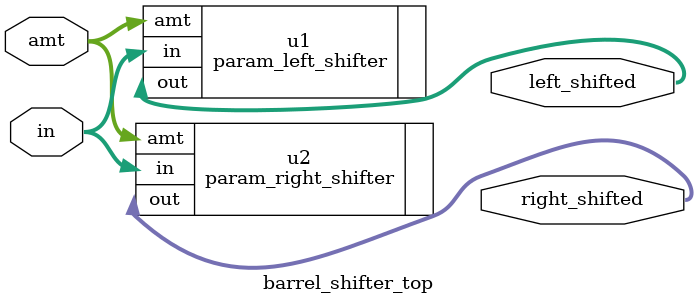
<source format=sv>
`timescale 1ns / 1ps


module barrel_shifter_top
#(parameter N = 3)
    (
        input logic [(2**N)-1:0] in,
        input logic [N-1:0] amt,
        output logic [(2**N)-1:0] right_shifted, left_shifted
    );
    
    param_left_shifter #(.N(N)) u1(.in(in), .amt(amt), .out(left_shifted));
    param_right_shifter #(.N(N)) u2(.in(in), .amt(amt), .out(right_shifted));
    
    
    
endmodule

</source>
